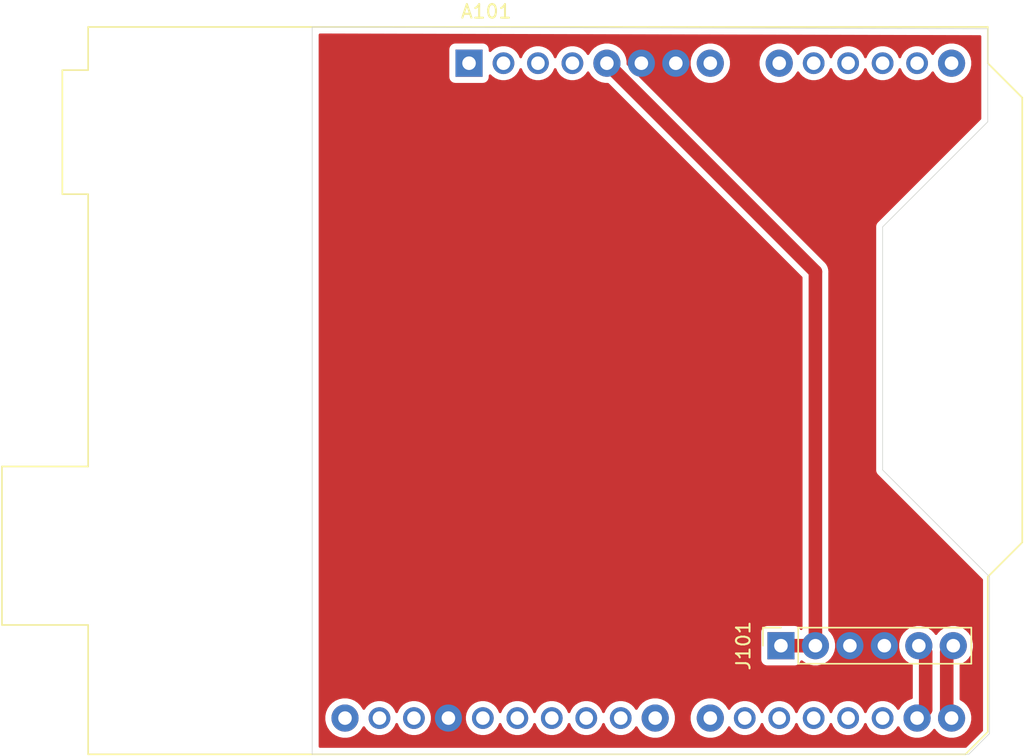
<source format=kicad_pcb>
(kicad_pcb (version 20171130) (host pcbnew "(5.1.10)-1")

  (general
    (thickness 1.6)
    (drawings 10)
    (tracks 19)
    (zones 0)
    (modules 2)
    (nets 31)
  )

  (page A4)
  (layers
    (0 F.Cu signal)
    (31 B.Cu signal)
    (32 B.Adhes user)
    (33 F.Adhes user)
    (34 B.Paste user)
    (35 F.Paste user)
    (36 B.SilkS user)
    (37 F.SilkS user)
    (38 B.Mask user)
    (39 F.Mask user)
    (40 Dwgs.User user)
    (41 Cmts.User user)
    (42 Eco1.User user)
    (43 Eco2.User user)
    (44 Edge.Cuts user)
    (45 Margin user)
    (46 B.CrtYd user)
    (47 F.CrtYd user)
    (48 B.Fab user)
    (49 F.Fab user)
  )

  (setup
    (last_trace_width 0.25)
    (user_trace_width 1)
    (trace_clearance 0.2)
    (zone_clearance 0.45)
    (zone_45_only no)
    (trace_min 0.2)
    (via_size 0.8)
    (via_drill 0.4)
    (via_min_size 0.4)
    (via_min_drill 0.3)
    (uvia_size 0.3)
    (uvia_drill 0.1)
    (uvias_allowed no)
    (uvia_min_size 0.2)
    (uvia_min_drill 0.1)
    (edge_width 0.05)
    (segment_width 0.2)
    (pcb_text_width 0.3)
    (pcb_text_size 1.5 1.5)
    (mod_edge_width 0.12)
    (mod_text_size 1 1)
    (mod_text_width 0.15)
    (pad_size 2 2)
    (pad_drill 1)
    (pad_to_mask_clearance 0)
    (aux_axis_origin 0 0)
    (visible_elements 7FFFFFFF)
    (pcbplotparams
      (layerselection 0x010fc_ffffffff)
      (usegerberextensions false)
      (usegerberattributes true)
      (usegerberadvancedattributes true)
      (creategerberjobfile true)
      (excludeedgelayer true)
      (linewidth 0.100000)
      (plotframeref false)
      (viasonmask false)
      (mode 1)
      (useauxorigin false)
      (hpglpennumber 1)
      (hpglpenspeed 20)
      (hpglpendiameter 15.000000)
      (psnegative false)
      (psa4output false)
      (plotreference true)
      (plotvalue true)
      (plotinvisibletext false)
      (padsonsilk false)
      (subtractmaskfromsilk false)
      (outputformat 1)
      (mirror false)
      (drillshape 0)
      (scaleselection 1)
      (outputdirectory "mike_pcb_arduino_sheild-Gerber/"))
  )

  (net 0 "")
  (net 1 TX)
  (net 2 RX)
  (net 3 "Net-(A101-Pad30)")
  (net 4 "Net-(A101-Pad14)")
  (net 5 GND)
  (net 6 "Net-(A101-Pad13)")
  (net 7 "Net-(A101-Pad28)")
  (net 8 "Net-(A101-Pad12)")
  (net 9 "Net-(A101-Pad27)")
  (net 10 "Net-(A101-Pad11)")
  (net 11 "Net-(A101-Pad26)")
  (net 12 "Net-(A101-Pad10)")
  (net 13 "Net-(A101-Pad25)")
  (net 14 "Net-(A101-Pad9)")
  (net 15 "Net-(A101-Pad24)")
  (net 16 "Net-(A101-Pad8)")
  (net 17 "Net-(A101-Pad23)")
  (net 18 "Net-(A101-Pad22)")
  (net 19 "Net-(A101-Pad21)")
  (net 20 +5V)
  (net 21 "Net-(A101-Pad20)")
  (net 22 "Net-(A101-Pad4)")
  (net 23 "Net-(A101-Pad19)")
  (net 24 "Net-(A101-Pad3)")
  (net 25 "Net-(A101-Pad18)")
  (net 26 "Net-(A101-Pad2)")
  (net 27 "Net-(A101-Pad17)")
  (net 28 "Net-(A101-Pad1)")
  (net 29 "Net-(A101-Pad31)")
  (net 30 "Net-(A101-Pad32)")

  (net_class Default "This is the default net class."
    (clearance 0.2)
    (trace_width 0.25)
    (via_dia 0.8)
    (via_drill 0.4)
    (uvia_dia 0.3)
    (uvia_drill 0.1)
    (add_net +5V)
    (add_net GND)
    (add_net "Net-(A101-Pad1)")
    (add_net "Net-(A101-Pad10)")
    (add_net "Net-(A101-Pad11)")
    (add_net "Net-(A101-Pad12)")
    (add_net "Net-(A101-Pad13)")
    (add_net "Net-(A101-Pad14)")
    (add_net "Net-(A101-Pad17)")
    (add_net "Net-(A101-Pad18)")
    (add_net "Net-(A101-Pad19)")
    (add_net "Net-(A101-Pad2)")
    (add_net "Net-(A101-Pad20)")
    (add_net "Net-(A101-Pad21)")
    (add_net "Net-(A101-Pad22)")
    (add_net "Net-(A101-Pad23)")
    (add_net "Net-(A101-Pad24)")
    (add_net "Net-(A101-Pad25)")
    (add_net "Net-(A101-Pad26)")
    (add_net "Net-(A101-Pad27)")
    (add_net "Net-(A101-Pad28)")
    (add_net "Net-(A101-Pad3)")
    (add_net "Net-(A101-Pad30)")
    (add_net "Net-(A101-Pad31)")
    (add_net "Net-(A101-Pad32)")
    (add_net "Net-(A101-Pad4)")
    (add_net "Net-(A101-Pad8)")
    (add_net "Net-(A101-Pad9)")
    (add_net RX)
    (add_net TX)
  )

  (module Connector_PinSocket_2.54mm:PinSocket_1x06_P2.54mm_Vertical (layer F.Cu) (tedit 61EC169A) (tstamp 61EB3089)
    (at 172.974 131.953 90)
    (descr "Through hole straight socket strip, 1x06, 2.54mm pitch, single row (from Kicad 4.0.7), script generated")
    (tags "Through hole socket strip THT 1x06 2.54mm single row")
    (path /61EB42FB)
    (fp_text reference J101 (at 0 -2.77 90) (layer F.SilkS)
      (effects (font (size 1 1) (thickness 0.15)))
    )
    (fp_text value Conn_01x06_Male (at 0 15.47 90) (layer F.Fab)
      (effects (font (size 1 1) (thickness 0.15)))
    )
    (fp_line (start -1.8 14.45) (end -1.8 -1.8) (layer F.CrtYd) (width 0.05))
    (fp_line (start 1.75 14.45) (end -1.8 14.45) (layer F.CrtYd) (width 0.05))
    (fp_line (start 1.75 -1.8) (end 1.75 14.45) (layer F.CrtYd) (width 0.05))
    (fp_line (start -1.8 -1.8) (end 1.75 -1.8) (layer F.CrtYd) (width 0.05))
    (fp_line (start 0 -1.33) (end 1.33 -1.33) (layer F.SilkS) (width 0.12))
    (fp_line (start 1.33 -1.33) (end 1.33 0) (layer F.SilkS) (width 0.12))
    (fp_line (start 1.33 1.27) (end 1.33 14.03) (layer F.SilkS) (width 0.12))
    (fp_line (start -1.33 14.03) (end 1.33 14.03) (layer F.SilkS) (width 0.12))
    (fp_line (start -1.33 1.27) (end -1.33 14.03) (layer F.SilkS) (width 0.12))
    (fp_line (start -1.33 1.27) (end 1.33 1.27) (layer F.SilkS) (width 0.12))
    (fp_line (start -1.27 13.97) (end -1.27 -1.27) (layer F.Fab) (width 0.1))
    (fp_line (start 1.27 13.97) (end -1.27 13.97) (layer F.Fab) (width 0.1))
    (fp_line (start 1.27 -0.635) (end 1.27 13.97) (layer F.Fab) (width 0.1))
    (fp_line (start 0.635 -1.27) (end 1.27 -0.635) (layer F.Fab) (width 0.1))
    (fp_line (start -1.27 -1.27) (end 0.635 -1.27) (layer F.Fab) (width 0.1))
    (fp_text user %R (at 0 6.35) (layer F.Fab)
      (effects (font (size 1 1) (thickness 0.15)))
    )
    (pad 6 thru_hole oval (at 0 12.7 90) (size 2 2) (drill 1) (layers *.Cu *.Mask)
      (net 2 RX))
    (pad 5 thru_hole oval (at 0 10.16 90) (size 2 2) (drill 1) (layers *.Cu *.Mask)
      (net 1 TX))
    (pad 4 thru_hole oval (at 0 7.62 90) (size 2 2) (drill 1) (layers *.Cu *.Mask)
      (net 5 GND))
    (pad 3 thru_hole oval (at 0 5.08 90) (size 2 2) (drill 1) (layers *.Cu *.Mask)
      (net 5 GND))
    (pad 2 thru_hole oval (at 0 2.54 90) (size 2 2) (drill 1) (layers *.Cu *.Mask)
      (net 20 +5V))
    (pad 1 thru_hole rect (at 0 0 90) (size 2 2) (drill 1) (layers *.Cu *.Mask)
      (net 20 +5V))
    (model ${KISYS3DMOD}/Connector_PinSocket_2.54mm.3dshapes/PinSocket_1x06_P2.54mm_Vertical.wrl
      (at (xyz 0 0 0))
      (scale (xyz 1 1 1))
      (rotate (xyz 0 0 0))
    )
  )

  (module Module:Arduino_UNO_R3 (layer F.Cu) (tedit 61EC19AE) (tstamp 61EB306F)
    (at 149.987 89.027)
    (descr "Arduino UNO R3, http://www.mouser.com/pdfdocs/Gravitech_Arduino_Nano3_0.pdf")
    (tags "Arduino UNO R3")
    (path /61EB2F4F)
    (fp_text reference A101 (at 1.27 -3.81 180) (layer F.SilkS)
      (effects (font (size 1 1) (thickness 0.15)))
    )
    (fp_text value Arduino_UNO_R3 (at 0 22.86) (layer F.Fab)
      (effects (font (size 1 1) (thickness 0.15)))
    )
    (fp_line (start -27.94 -2.54) (end 38.1 -2.54) (layer F.Fab) (width 0.1))
    (fp_line (start -27.94 50.8) (end -27.94 -2.54) (layer F.Fab) (width 0.1))
    (fp_line (start 36.58 50.8) (end -27.94 50.8) (layer F.Fab) (width 0.1))
    (fp_line (start 38.1 49.28) (end 36.58 50.8) (layer F.Fab) (width 0.1))
    (fp_line (start 38.1 0) (end 40.64 2.54) (layer F.Fab) (width 0.1))
    (fp_line (start 38.1 -2.54) (end 38.1 0) (layer F.Fab) (width 0.1))
    (fp_line (start 40.64 35.31) (end 38.1 37.85) (layer F.Fab) (width 0.1))
    (fp_line (start 40.64 2.54) (end 40.64 35.31) (layer F.Fab) (width 0.1))
    (fp_line (start 38.1 37.85) (end 38.1 49.28) (layer F.Fab) (width 0.1))
    (fp_line (start -29.84 9.53) (end -29.84 0.64) (layer F.Fab) (width 0.1))
    (fp_line (start -16.51 9.53) (end -29.84 9.53) (layer F.Fab) (width 0.1))
    (fp_line (start -16.51 0.64) (end -16.51 9.53) (layer F.Fab) (width 0.1))
    (fp_line (start -29.84 0.64) (end -16.51 0.64) (layer F.Fab) (width 0.1))
    (fp_line (start -34.29 41.27) (end -34.29 29.84) (layer F.Fab) (width 0.1))
    (fp_line (start -18.41 41.27) (end -34.29 41.27) (layer F.Fab) (width 0.1))
    (fp_line (start -18.41 29.84) (end -18.41 41.27) (layer F.Fab) (width 0.1))
    (fp_line (start -34.29 29.84) (end -18.41 29.84) (layer F.Fab) (width 0.1))
    (fp_line (start 38.23 37.85) (end 40.77 35.31) (layer F.SilkS) (width 0.12))
    (fp_line (start 38.23 49.28) (end 38.23 37.85) (layer F.SilkS) (width 0.12))
    (fp_line (start 36.58 50.93) (end 38.23 49.28) (layer F.SilkS) (width 0.12))
    (fp_line (start -28.07 50.93) (end 36.58 50.93) (layer F.SilkS) (width 0.12))
    (fp_line (start -28.07 41.4) (end -28.07 50.93) (layer F.SilkS) (width 0.12))
    (fp_line (start -34.42 41.4) (end -28.07 41.4) (layer F.SilkS) (width 0.12))
    (fp_line (start -34.42 29.72) (end -34.42 41.4) (layer F.SilkS) (width 0.12))
    (fp_line (start -28.07 29.72) (end -34.42 29.72) (layer F.SilkS) (width 0.12))
    (fp_line (start -28.07 9.65) (end -28.07 29.72) (layer F.SilkS) (width 0.12))
    (fp_line (start -29.97 9.65) (end -28.07 9.65) (layer F.SilkS) (width 0.12))
    (fp_line (start -29.97 0.51) (end -29.97 9.65) (layer F.SilkS) (width 0.12))
    (fp_line (start -28.07 0.51) (end -29.97 0.51) (layer F.SilkS) (width 0.12))
    (fp_line (start -28.07 -2.67) (end -28.07 0.51) (layer F.SilkS) (width 0.12))
    (fp_line (start 38.23 -2.67) (end -28.07 -2.67) (layer F.SilkS) (width 0.12))
    (fp_line (start 38.23 0) (end 38.23 -2.67) (layer F.SilkS) (width 0.12))
    (fp_line (start 40.77 2.54) (end 38.23 0) (layer F.SilkS) (width 0.12))
    (fp_line (start 40.77 35.31) (end 40.77 2.54) (layer F.SilkS) (width 0.12))
    (fp_line (start -28.19 -2.79) (end 38.35 -2.79) (layer F.CrtYd) (width 0.05))
    (fp_line (start -28.19 0.38) (end -28.19 -2.79) (layer F.CrtYd) (width 0.05))
    (fp_line (start -30.1 0.38) (end -28.19 0.38) (layer F.CrtYd) (width 0.05))
    (fp_line (start -30.1 9.78) (end -30.1 0.38) (layer F.CrtYd) (width 0.05))
    (fp_line (start -28.19 9.78) (end -30.1 9.78) (layer F.CrtYd) (width 0.05))
    (fp_line (start -28.19 29.59) (end -28.19 9.78) (layer F.CrtYd) (width 0.05))
    (fp_line (start -34.54 29.59) (end -28.19 29.59) (layer F.CrtYd) (width 0.05))
    (fp_line (start -34.54 41.53) (end -34.54 29.59) (layer F.CrtYd) (width 0.05))
    (fp_line (start -28.19 41.53) (end -34.54 41.53) (layer F.CrtYd) (width 0.05))
    (fp_line (start -28.19 51.05) (end -28.19 41.53) (layer F.CrtYd) (width 0.05))
    (fp_line (start 36.58 51.05) (end -28.19 51.05) (layer F.CrtYd) (width 0.05))
    (fp_line (start 38.35 49.28) (end 36.58 51.05) (layer F.CrtYd) (width 0.05))
    (fp_line (start 38.35 37.85) (end 38.35 49.28) (layer F.CrtYd) (width 0.05))
    (fp_line (start 40.89 35.31) (end 38.35 37.85) (layer F.CrtYd) (width 0.05))
    (fp_line (start 40.89 2.54) (end 40.89 35.31) (layer F.CrtYd) (width 0.05))
    (fp_line (start 38.35 0) (end 40.89 2.54) (layer F.CrtYd) (width 0.05))
    (fp_line (start 38.35 -2.79) (end 38.35 0) (layer F.CrtYd) (width 0.05))
    (fp_text user %R (at 0 20.32 180) (layer F.Fab)
      (effects (font (size 1 1) (thickness 0.15)))
    )
    (pad 16 thru_hole oval (at 33.02 48.26 90) (size 2 2) (drill 1) (layers *.Cu *.Mask)
      (net 1 TX))
    (pad 15 thru_hole oval (at 35.56 48.26 90) (size 2 2) (drill 1) (layers *.Cu *.Mask)
      (net 2 RX))
    (pad 30 thru_hole oval (at -4.06 48.26 90) (size 1.6 1.6) (drill 1) (layers *.Cu *.Mask)
      (net 3 "Net-(A101-Pad30)"))
    (pad 14 thru_hole oval (at 35.56 0 90) (size 2 2) (drill 1) (layers *.Cu *.Mask)
      (net 4 "Net-(A101-Pad14)"))
    (pad 29 thru_hole oval (at -1.52 48.26 90) (size 2 2) (drill 1) (layers *.Cu *.Mask)
      (net 5 GND))
    (pad 13 thru_hole oval (at 33.02 0 90) (size 1.6 1.6) (drill 1) (layers *.Cu *.Mask)
      (net 6 "Net-(A101-Pad13)"))
    (pad 28 thru_hole oval (at 1.02 48.26 90) (size 1.6 1.6) (drill 1) (layers *.Cu *.Mask)
      (net 7 "Net-(A101-Pad28)"))
    (pad 12 thru_hole oval (at 30.48 0 90) (size 1.6 1.6) (drill 1) (layers *.Cu *.Mask)
      (net 8 "Net-(A101-Pad12)"))
    (pad 27 thru_hole oval (at 3.56 48.26 90) (size 1.6 1.6) (drill 1) (layers *.Cu *.Mask)
      (net 9 "Net-(A101-Pad27)"))
    (pad 11 thru_hole oval (at 27.94 0 90) (size 1.6 1.6) (drill 1) (layers *.Cu *.Mask)
      (net 10 "Net-(A101-Pad11)"))
    (pad 26 thru_hole oval (at 6.1 48.26 90) (size 1.6 1.6) (drill 1) (layers *.Cu *.Mask)
      (net 11 "Net-(A101-Pad26)"))
    (pad 10 thru_hole oval (at 25.4 0 90) (size 1.6 1.6) (drill 1) (layers *.Cu *.Mask)
      (net 12 "Net-(A101-Pad10)"))
    (pad 25 thru_hole oval (at 8.64 48.26 90) (size 1.6 1.6) (drill 1) (layers *.Cu *.Mask)
      (net 13 "Net-(A101-Pad25)"))
    (pad 9 thru_hole oval (at 22.86 0 90) (size 2 2) (drill 1) (layers *.Cu *.Mask)
      (net 14 "Net-(A101-Pad9)"))
    (pad 24 thru_hole oval (at 11.18 48.26 90) (size 1.6 1.6) (drill 1) (layers *.Cu *.Mask)
      (net 15 "Net-(A101-Pad24)"))
    (pad 8 thru_hole oval (at 17.78 0 90) (size 2 2) (drill 1) (layers *.Cu *.Mask)
      (net 16 "Net-(A101-Pad8)"))
    (pad 23 thru_hole oval (at 13.72 48.26 90) (size 2 2) (drill 1) (layers *.Cu *.Mask)
      (net 17 "Net-(A101-Pad23)"))
    (pad 7 thru_hole oval (at 15.24 0 90) (size 2 2) (drill 1) (layers *.Cu *.Mask)
      (net 5 GND))
    (pad 22 thru_hole oval (at 17.78 48.26 90) (size 2 2) (drill 1) (layers *.Cu *.Mask)
      (net 18 "Net-(A101-Pad22)"))
    (pad 6 thru_hole oval (at 12.7 0 90) (size 2 2) (drill 1) (layers *.Cu *.Mask)
      (net 5 GND))
    (pad 21 thru_hole oval (at 20.32 48.26 90) (size 1.6 1.6) (drill 1) (layers *.Cu *.Mask)
      (net 19 "Net-(A101-Pad21)"))
    (pad 5 thru_hole oval (at 10.16 0 90) (size 2 2) (drill 1) (layers *.Cu *.Mask)
      (net 20 +5V))
    (pad 20 thru_hole oval (at 22.86 48.26 90) (size 1.6 1.6) (drill 1) (layers *.Cu *.Mask)
      (net 21 "Net-(A101-Pad20)"))
    (pad 4 thru_hole oval (at 7.62 0 90) (size 1.6 1.6) (drill 1) (layers *.Cu *.Mask)
      (net 22 "Net-(A101-Pad4)"))
    (pad 19 thru_hole oval (at 25.4 48.26 90) (size 1.6 1.6) (drill 1) (layers *.Cu *.Mask)
      (net 23 "Net-(A101-Pad19)"))
    (pad 3 thru_hole oval (at 5.08 0 90) (size 1.6 1.6) (drill 1) (layers *.Cu *.Mask)
      (net 24 "Net-(A101-Pad3)"))
    (pad 18 thru_hole oval (at 27.94 48.26 90) (size 1.6 1.6) (drill 1) (layers *.Cu *.Mask)
      (net 25 "Net-(A101-Pad18)"))
    (pad 2 thru_hole oval (at 2.54 0 90) (size 1.6 1.6) (drill 1) (layers *.Cu *.Mask)
      (net 26 "Net-(A101-Pad2)"))
    (pad 17 thru_hole oval (at 30.48 48.26 90) (size 1.6 1.6) (drill 1) (layers *.Cu *.Mask)
      (net 27 "Net-(A101-Pad17)"))
    (pad 1 thru_hole rect (at 0 0 90) (size 2 2) (drill 1) (layers *.Cu *.Mask)
      (net 28 "Net-(A101-Pad1)"))
    (pad 31 thru_hole oval (at -6.6 48.26 90) (size 1.6 1.6) (drill 1) (layers *.Cu *.Mask)
      (net 29 "Net-(A101-Pad31)"))
    (pad 32 thru_hole oval (at -9.14 48.26 90) (size 2 2) (drill 1) (layers *.Cu *.Mask)
      (net 30 "Net-(A101-Pad32)"))
    (model ${KISYS3DMOD}/Module.3dshapes/Arduino_UNO_R3.wrl
      (at (xyz 0 0 0))
      (scale (xyz 1 1 1))
      (rotate (xyz 0 0 0))
    )
  )

  (gr_line (start 186.817 139.954) (end 138.43 139.954) (layer Edge.Cuts) (width 0.05) (tstamp 61EB31B8))
  (gr_line (start 188.341 138.43) (end 186.817 139.954) (layer Edge.Cuts) (width 0.05))
  (gr_line (start 188.341 126.873) (end 188.341 138.43) (layer Edge.Cuts) (width 0.05))
  (gr_line (start 187.833 126.365) (end 188.341 126.873) (layer Edge.Cuts) (width 0.05))
  (gr_line (start 180.467 118.999) (end 187.833 126.365) (layer Edge.Cuts) (width 0.05))
  (gr_line (start 180.467 101.092) (end 180.467 118.999) (layer Edge.Cuts) (width 0.05))
  (gr_line (start 188.214 93.345) (end 180.467 101.092) (layer Edge.Cuts) (width 0.05))
  (gr_line (start 188.214 86.487) (end 188.214 93.345) (layer Edge.Cuts) (width 0.05))
  (gr_line (start 138.43 86.36) (end 188.214 86.487) (layer Edge.Cuts) (width 0.05))
  (gr_line (start 138.43 139.954) (end 138.43 86.36) (layer Edge.Cuts) (width 0.05))

  (segment (start 183.64 132.459) (end 183.134 131.953) (width 1) (layer F.Cu) (net 1))
  (segment (start 183.64 136.654) (end 183.64 132.459) (width 1) (layer F.Cu) (net 1))
  (segment (start 183.007 137.287) (end 183.64 136.654) (width 1) (layer F.Cu) (net 1))
  (segment (start 185.19 132.437) (end 185.674 131.953) (width 1) (layer F.Cu) (net 2))
  (segment (start 185.19 136.93) (end 185.19 132.437) (width 1) (layer F.Cu) (net 2))
  (segment (start 185.547 137.287) (end 185.19 136.93) (width 1) (layer F.Cu) (net 2))
  (segment (start 148.467 137.287) (end 148.467 135.632) (width 1) (layer F.Cu) (net 5))
  (segment (start 148.467 135.632) (end 149.479 134.62) (width 1) (layer F.Cu) (net 5))
  (segment (start 149.479 134.62) (end 176.657 134.62) (width 1) (layer F.Cu) (net 5))
  (segment (start 178.054 133.223) (end 178.054 131.953) (width 1) (layer F.Cu) (net 5))
  (segment (start 176.657 134.62) (end 178.054 133.223) (width 1) (layer F.Cu) (net 5))
  (segment (start 178.054 131.953) (end 180.594 131.953) (width 1) (layer F.Cu) (net 5))
  (segment (start 178.054 131.953) (end 178.054 104.013) (width 1) (layer F.Cu) (net 5))
  (segment (start 165.227 91.186) (end 165.227 89.027) (width 1) (layer F.Cu) (net 5))
  (segment (start 178.054 104.013) (end 165.227 91.186) (width 1) (layer F.Cu) (net 5))
  (segment (start 162.687 89.027) (end 165.227 89.027) (width 1) (layer F.Cu) (net 5))
  (segment (start 175.514 131.953) (end 172.974 131.953) (width 1) (layer F.Cu) (net 20))
  (segment (start 175.514 104.394) (end 175.514 131.953) (width 1) (layer F.Cu) (net 20))
  (segment (start 160.147 89.027) (end 175.514 104.394) (width 1) (layer F.Cu) (net 20))

  (zone (net 5) (net_name GND) (layer F.Cu) (tstamp 0) (hatch edge 0.508)
    (connect_pads yes (clearance 0.45))
    (min_thickness 0.2)
    (fill yes (arc_segments 32) (thermal_gap 0.508) (thermal_bridge_width 0.508))
    (polygon
      (pts
        (xy 188.468 139.954) (xy 138.43 139.954) (xy 138.43 86.36) (xy 188.468 86.36)
      )
    )
    (filled_polygon
      (pts
        (xy 187.639 87.060535) (xy 187.639001 93.106826) (xy 180.080394 100.665434) (xy 180.058446 100.683446) (xy 180.011287 100.740911)
        (xy 179.986592 100.771002) (xy 179.9332 100.870892) (xy 179.933199 100.870893) (xy 179.90032 100.979281) (xy 179.892 101.063754)
        (xy 179.889218 101.092) (xy 179.892 101.120243) (xy 179.892001 118.970747) (xy 179.889218 118.999) (xy 179.900321 119.111719)
        (xy 179.933199 119.220107) (xy 179.986592 119.319998) (xy 180.032441 119.375865) (xy 180.058447 119.407554) (xy 180.080389 119.425561)
        (xy 187.446386 126.791559) (xy 187.446392 126.791564) (xy 187.766 127.111172) (xy 187.766001 138.191826) (xy 186.578828 139.379)
        (xy 139.005 139.379) (xy 139.005 137.134338) (xy 139.297 137.134338) (xy 139.297 137.439662) (xy 139.356565 137.739118)
        (xy 139.473408 138.0212) (xy 139.643036 138.275068) (xy 139.858932 138.490964) (xy 140.1128 138.660592) (xy 140.394882 138.777435)
        (xy 140.694338 138.837) (xy 140.999662 138.837) (xy 141.299118 138.777435) (xy 141.5812 138.660592) (xy 141.835068 138.490964)
        (xy 142.050964 138.275068) (xy 142.220592 138.0212) (xy 142.233356 137.990385) (xy 142.338387 138.147575) (xy 142.526425 138.335613)
        (xy 142.747535 138.483354) (xy 142.99322 138.58512) (xy 143.254037 138.637) (xy 143.519963 138.637) (xy 143.78078 138.58512)
        (xy 144.026465 138.483354) (xy 144.247575 138.335613) (xy 144.435613 138.147575) (xy 144.583354 137.926465) (xy 144.657 137.748668)
        (xy 144.730646 137.926465) (xy 144.878387 138.147575) (xy 145.066425 138.335613) (xy 145.287535 138.483354) (xy 145.53322 138.58512)
        (xy 145.794037 138.637) (xy 146.059963 138.637) (xy 146.32078 138.58512) (xy 146.566465 138.483354) (xy 146.787575 138.335613)
        (xy 146.975613 138.147575) (xy 147.123354 137.926465) (xy 147.22512 137.68078) (xy 147.277 137.419963) (xy 147.277 137.154037)
        (xy 149.657 137.154037) (xy 149.657 137.419963) (xy 149.70888 137.68078) (xy 149.810646 137.926465) (xy 149.958387 138.147575)
        (xy 150.146425 138.335613) (xy 150.367535 138.483354) (xy 150.61322 138.58512) (xy 150.874037 138.637) (xy 151.139963 138.637)
        (xy 151.40078 138.58512) (xy 151.646465 138.483354) (xy 151.867575 138.335613) (xy 152.055613 138.147575) (xy 152.203354 137.926465)
        (xy 152.277 137.748668) (xy 152.350646 137.926465) (xy 152.498387 138.147575) (xy 152.686425 138.335613) (xy 152.907535 138.483354)
        (xy 153.15322 138.58512) (xy 153.414037 138.637) (xy 153.679963 138.637) (xy 153.94078 138.58512) (xy 154.186465 138.483354)
        (xy 154.407575 138.335613) (xy 154.595613 138.147575) (xy 154.743354 137.926465) (xy 154.817 137.748668) (xy 154.890646 137.926465)
        (xy 155.038387 138.147575) (xy 155.226425 138.335613) (xy 155.447535 138.483354) (xy 155.69322 138.58512) (xy 155.954037 138.637)
        (xy 156.219963 138.637) (xy 156.48078 138.58512) (xy 156.726465 138.483354) (xy 156.947575 138.335613) (xy 157.135613 138.147575)
        (xy 157.283354 137.926465) (xy 157.357 137.748668) (xy 157.430646 137.926465) (xy 157.578387 138.147575) (xy 157.766425 138.335613)
        (xy 157.987535 138.483354) (xy 158.23322 138.58512) (xy 158.494037 138.637) (xy 158.759963 138.637) (xy 159.02078 138.58512)
        (xy 159.266465 138.483354) (xy 159.487575 138.335613) (xy 159.675613 138.147575) (xy 159.823354 137.926465) (xy 159.897 137.748668)
        (xy 159.970646 137.926465) (xy 160.118387 138.147575) (xy 160.306425 138.335613) (xy 160.527535 138.483354) (xy 160.77322 138.58512)
        (xy 161.034037 138.637) (xy 161.299963 138.637) (xy 161.56078 138.58512) (xy 161.806465 138.483354) (xy 162.027575 138.335613)
        (xy 162.215613 138.147575) (xy 162.320644 137.990385) (xy 162.333408 138.0212) (xy 162.503036 138.275068) (xy 162.718932 138.490964)
        (xy 162.9728 138.660592) (xy 163.254882 138.777435) (xy 163.554338 138.837) (xy 163.859662 138.837) (xy 164.159118 138.777435)
        (xy 164.4412 138.660592) (xy 164.695068 138.490964) (xy 164.910964 138.275068) (xy 165.080592 138.0212) (xy 165.197435 137.739118)
        (xy 165.257 137.439662) (xy 165.257 137.134338) (xy 166.217 137.134338) (xy 166.217 137.439662) (xy 166.276565 137.739118)
        (xy 166.393408 138.0212) (xy 166.563036 138.275068) (xy 166.778932 138.490964) (xy 167.0328 138.660592) (xy 167.314882 138.777435)
        (xy 167.614338 138.837) (xy 167.919662 138.837) (xy 168.219118 138.777435) (xy 168.5012 138.660592) (xy 168.755068 138.490964)
        (xy 168.970964 138.275068) (xy 169.140592 138.0212) (xy 169.153356 137.990385) (xy 169.258387 138.147575) (xy 169.446425 138.335613)
        (xy 169.667535 138.483354) (xy 169.91322 138.58512) (xy 170.174037 138.637) (xy 170.439963 138.637) (xy 170.70078 138.58512)
        (xy 170.946465 138.483354) (xy 171.167575 138.335613) (xy 171.355613 138.147575) (xy 171.503354 137.926465) (xy 171.577 137.748668)
        (xy 171.650646 137.926465) (xy 171.798387 138.147575) (xy 171.986425 138.335613) (xy 172.207535 138.483354) (xy 172.45322 138.58512)
        (xy 172.714037 138.637) (xy 172.979963 138.637) (xy 173.24078 138.58512) (xy 173.486465 138.483354) (xy 173.707575 138.335613)
        (xy 173.895613 138.147575) (xy 174.043354 137.926465) (xy 174.117 137.748668) (xy 174.190646 137.926465) (xy 174.338387 138.147575)
        (xy 174.526425 138.335613) (xy 174.747535 138.483354) (xy 174.99322 138.58512) (xy 175.254037 138.637) (xy 175.519963 138.637)
        (xy 175.78078 138.58512) (xy 176.026465 138.483354) (xy 176.247575 138.335613) (xy 176.435613 138.147575) (xy 176.583354 137.926465)
        (xy 176.657 137.748668) (xy 176.730646 137.926465) (xy 176.878387 138.147575) (xy 177.066425 138.335613) (xy 177.287535 138.483354)
        (xy 177.53322 138.58512) (xy 177.794037 138.637) (xy 178.059963 138.637) (xy 178.32078 138.58512) (xy 178.566465 138.483354)
        (xy 178.787575 138.335613) (xy 178.975613 138.147575) (xy 179.123354 137.926465) (xy 179.197 137.748668) (xy 179.270646 137.926465)
        (xy 179.418387 138.147575) (xy 179.606425 138.335613) (xy 179.827535 138.483354) (xy 180.07322 138.58512) (xy 180.334037 138.637)
        (xy 180.599963 138.637) (xy 180.86078 138.58512) (xy 181.106465 138.483354) (xy 181.327575 138.335613) (xy 181.515613 138.147575)
        (xy 181.620644 137.990385) (xy 181.633408 138.0212) (xy 181.803036 138.275068) (xy 182.018932 138.490964) (xy 182.2728 138.660592)
        (xy 182.554882 138.777435) (xy 182.854338 138.837) (xy 183.159662 138.837) (xy 183.459118 138.777435) (xy 183.7412 138.660592)
        (xy 183.995068 138.490964) (xy 184.210964 138.275068) (xy 184.277 138.176237) (xy 184.343036 138.275068) (xy 184.558932 138.490964)
        (xy 184.8128 138.660592) (xy 185.094882 138.777435) (xy 185.394338 138.837) (xy 185.699662 138.837) (xy 185.999118 138.777435)
        (xy 186.2812 138.660592) (xy 186.535068 138.490964) (xy 186.750964 138.275068) (xy 186.920592 138.0212) (xy 187.037435 137.739118)
        (xy 187.097 137.439662) (xy 187.097 137.134338) (xy 187.037435 136.834882) (xy 186.920592 136.5528) (xy 186.750964 136.298932)
        (xy 186.535068 136.083036) (xy 186.2812 135.913408) (xy 186.24 135.896342) (xy 186.24 133.396263) (xy 186.4082 133.326592)
        (xy 186.662068 133.156964) (xy 186.877964 132.941068) (xy 187.047592 132.6872) (xy 187.164435 132.405118) (xy 187.224 132.105662)
        (xy 187.224 131.800338) (xy 187.164435 131.500882) (xy 187.047592 131.2188) (xy 186.877964 130.964932) (xy 186.662068 130.749036)
        (xy 186.4082 130.579408) (xy 186.126118 130.462565) (xy 185.826662 130.403) (xy 185.521338 130.403) (xy 185.221882 130.462565)
        (xy 184.9398 130.579408) (xy 184.685932 130.749036) (xy 184.470036 130.964932) (xy 184.404 131.063763) (xy 184.337964 130.964932)
        (xy 184.122068 130.749036) (xy 183.8682 130.579408) (xy 183.586118 130.462565) (xy 183.286662 130.403) (xy 182.981338 130.403)
        (xy 182.681882 130.462565) (xy 182.3998 130.579408) (xy 182.145932 130.749036) (xy 181.930036 130.964932) (xy 181.760408 131.2188)
        (xy 181.643565 131.500882) (xy 181.584 131.800338) (xy 181.584 132.105662) (xy 181.643565 132.405118) (xy 181.760408 132.6872)
        (xy 181.930036 132.941068) (xy 182.145932 133.156964) (xy 182.3998 133.326592) (xy 182.590001 133.405376) (xy 182.59 135.78958)
        (xy 182.554882 135.796565) (xy 182.2728 135.913408) (xy 182.018932 136.083036) (xy 181.803036 136.298932) (xy 181.633408 136.5528)
        (xy 181.620644 136.583615) (xy 181.515613 136.426425) (xy 181.327575 136.238387) (xy 181.106465 136.090646) (xy 180.86078 135.98888)
        (xy 180.599963 135.937) (xy 180.334037 135.937) (xy 180.07322 135.98888) (xy 179.827535 136.090646) (xy 179.606425 136.238387)
        (xy 179.418387 136.426425) (xy 179.270646 136.647535) (xy 179.197 136.825332) (xy 179.123354 136.647535) (xy 178.975613 136.426425)
        (xy 178.787575 136.238387) (xy 178.566465 136.090646) (xy 178.32078 135.98888) (xy 178.059963 135.937) (xy 177.794037 135.937)
        (xy 177.53322 135.98888) (xy 177.287535 136.090646) (xy 177.066425 136.238387) (xy 176.878387 136.426425) (xy 176.730646 136.647535)
        (xy 176.657 136.825332) (xy 176.583354 136.647535) (xy 176.435613 136.426425) (xy 176.247575 136.238387) (xy 176.026465 136.090646)
        (xy 175.78078 135.98888) (xy 175.519963 135.937) (xy 175.254037 135.937) (xy 174.99322 135.98888) (xy 174.747535 136.090646)
        (xy 174.526425 136.238387) (xy 174.338387 136.426425) (xy 174.190646 136.647535) (xy 174.117 136.825332) (xy 174.043354 136.647535)
        (xy 173.895613 136.426425) (xy 173.707575 136.238387) (xy 173.486465 136.090646) (xy 173.24078 135.98888) (xy 172.979963 135.937)
        (xy 172.714037 135.937) (xy 172.45322 135.98888) (xy 172.207535 136.090646) (xy 171.986425 136.238387) (xy 171.798387 136.426425)
        (xy 171.650646 136.647535) (xy 171.577 136.825332) (xy 171.503354 136.647535) (xy 171.355613 136.426425) (xy 171.167575 136.238387)
        (xy 170.946465 136.090646) (xy 170.70078 135.98888) (xy 170.439963 135.937) (xy 170.174037 135.937) (xy 169.91322 135.98888)
        (xy 169.667535 136.090646) (xy 169.446425 136.238387) (xy 169.258387 136.426425) (xy 169.153356 136.583615) (xy 169.140592 136.5528)
        (xy 168.970964 136.298932) (xy 168.755068 136.083036) (xy 168.5012 135.913408) (xy 168.219118 135.796565) (xy 167.919662 135.737)
        (xy 167.614338 135.737) (xy 167.314882 135.796565) (xy 167.0328 135.913408) (xy 166.778932 136.083036) (xy 166.563036 136.298932)
        (xy 166.393408 136.5528) (xy 166.276565 136.834882) (xy 166.217 137.134338) (xy 165.257 137.134338) (xy 165.197435 136.834882)
        (xy 165.080592 136.5528) (xy 164.910964 136.298932) (xy 164.695068 136.083036) (xy 164.4412 135.913408) (xy 164.159118 135.796565)
        (xy 163.859662 135.737) (xy 163.554338 135.737) (xy 163.254882 135.796565) (xy 162.9728 135.913408) (xy 162.718932 136.083036)
        (xy 162.503036 136.298932) (xy 162.333408 136.5528) (xy 162.320644 136.583615) (xy 162.215613 136.426425) (xy 162.027575 136.238387)
        (xy 161.806465 136.090646) (xy 161.56078 135.98888) (xy 161.299963 135.937) (xy 161.034037 135.937) (xy 160.77322 135.98888)
        (xy 160.527535 136.090646) (xy 160.306425 136.238387) (xy 160.118387 136.426425) (xy 159.970646 136.647535) (xy 159.897 136.825332)
        (xy 159.823354 136.647535) (xy 159.675613 136.426425) (xy 159.487575 136.238387) (xy 159.266465 136.090646) (xy 159.02078 135.98888)
        (xy 158.759963 135.937) (xy 158.494037 135.937) (xy 158.23322 135.98888) (xy 157.987535 136.090646) (xy 157.766425 136.238387)
        (xy 157.578387 136.426425) (xy 157.430646 136.647535) (xy 157.357 136.825332) (xy 157.283354 136.647535) (xy 157.135613 136.426425)
        (xy 156.947575 136.238387) (xy 156.726465 136.090646) (xy 156.48078 135.98888) (xy 156.219963 135.937) (xy 155.954037 135.937)
        (xy 155.69322 135.98888) (xy 155.447535 136.090646) (xy 155.226425 136.238387) (xy 155.038387 136.426425) (xy 154.890646 136.647535)
        (xy 154.817 136.825332) (xy 154.743354 136.647535) (xy 154.595613 136.426425) (xy 154.407575 136.238387) (xy 154.186465 136.090646)
        (xy 153.94078 135.98888) (xy 153.679963 135.937) (xy 153.414037 135.937) (xy 153.15322 135.98888) (xy 152.907535 136.090646)
        (xy 152.686425 136.238387) (xy 152.498387 136.426425) (xy 152.350646 136.647535) (xy 152.277 136.825332) (xy 152.203354 136.647535)
        (xy 152.055613 136.426425) (xy 151.867575 136.238387) (xy 151.646465 136.090646) (xy 151.40078 135.98888) (xy 151.139963 135.937)
        (xy 150.874037 135.937) (xy 150.61322 135.98888) (xy 150.367535 136.090646) (xy 150.146425 136.238387) (xy 149.958387 136.426425)
        (xy 149.810646 136.647535) (xy 149.70888 136.89322) (xy 149.657 137.154037) (xy 147.277 137.154037) (xy 147.22512 136.89322)
        (xy 147.123354 136.647535) (xy 146.975613 136.426425) (xy 146.787575 136.238387) (xy 146.566465 136.090646) (xy 146.32078 135.98888)
        (xy 146.059963 135.937) (xy 145.794037 135.937) (xy 145.53322 135.98888) (xy 145.287535 136.090646) (xy 145.066425 136.238387)
        (xy 144.878387 136.426425) (xy 144.730646 136.647535) (xy 144.657 136.825332) (xy 144.583354 136.647535) (xy 144.435613 136.426425)
        (xy 144.247575 136.238387) (xy 144.026465 136.090646) (xy 143.78078 135.98888) (xy 143.519963 135.937) (xy 143.254037 135.937)
        (xy 142.99322 135.98888) (xy 142.747535 136.090646) (xy 142.526425 136.238387) (xy 142.338387 136.426425) (xy 142.233356 136.583615)
        (xy 142.220592 136.5528) (xy 142.050964 136.298932) (xy 141.835068 136.083036) (xy 141.5812 135.913408) (xy 141.299118 135.796565)
        (xy 140.999662 135.737) (xy 140.694338 135.737) (xy 140.394882 135.796565) (xy 140.1128 135.913408) (xy 139.858932 136.083036)
        (xy 139.643036 136.298932) (xy 139.473408 136.5528) (xy 139.356565 136.834882) (xy 139.297 137.134338) (xy 139.005 137.134338)
        (xy 139.005 88.027) (xy 148.434339 88.027) (xy 148.434339 90.027) (xy 148.444958 90.134819) (xy 148.476408 90.238494)
        (xy 148.527479 90.334042) (xy 148.59621 90.41779) (xy 148.679958 90.486521) (xy 148.775506 90.537592) (xy 148.879181 90.569042)
        (xy 148.987 90.579661) (xy 150.987 90.579661) (xy 151.094819 90.569042) (xy 151.198494 90.537592) (xy 151.294042 90.486521)
        (xy 151.37779 90.41779) (xy 151.446521 90.334042) (xy 151.497592 90.238494) (xy 151.529042 90.134819) (xy 151.539661 90.027)
        (xy 151.539661 89.948849) (xy 151.666425 90.075613) (xy 151.887535 90.223354) (xy 152.13322 90.32512) (xy 152.394037 90.377)
        (xy 152.659963 90.377) (xy 152.92078 90.32512) (xy 153.166465 90.223354) (xy 153.387575 90.075613) (xy 153.575613 89.887575)
        (xy 153.723354 89.666465) (xy 153.797 89.488668) (xy 153.870646 89.666465) (xy 154.018387 89.887575) (xy 154.206425 90.075613)
        (xy 154.427535 90.223354) (xy 154.67322 90.32512) (xy 154.934037 90.377) (xy 155.199963 90.377) (xy 155.46078 90.32512)
        (xy 155.706465 90.223354) (xy 155.927575 90.075613) (xy 156.115613 89.887575) (xy 156.263354 89.666465) (xy 156.337 89.488668)
        (xy 156.410646 89.666465) (xy 156.558387 89.887575) (xy 156.746425 90.075613) (xy 156.967535 90.223354) (xy 157.21322 90.32512)
        (xy 157.474037 90.377) (xy 157.739963 90.377) (xy 158.00078 90.32512) (xy 158.246465 90.223354) (xy 158.467575 90.075613)
        (xy 158.655613 89.887575) (xy 158.760644 89.730385) (xy 158.773408 89.7612) (xy 158.943036 90.015068) (xy 159.158932 90.230964)
        (xy 159.4128 90.400592) (xy 159.694882 90.517435) (xy 159.994338 90.577) (xy 160.212077 90.577) (xy 174.464 104.828924)
        (xy 174.464001 130.702983) (xy 174.433521 130.645958) (xy 174.36479 130.56221) (xy 174.281042 130.493479) (xy 174.185494 130.442408)
        (xy 174.081819 130.410958) (xy 173.974 130.400339) (xy 171.974 130.400339) (xy 171.866181 130.410958) (xy 171.762506 130.442408)
        (xy 171.666958 130.493479) (xy 171.58321 130.56221) (xy 171.514479 130.645958) (xy 171.463408 130.741506) (xy 171.431958 130.845181)
        (xy 171.421339 130.953) (xy 171.421339 132.953) (xy 171.431958 133.060819) (xy 171.463408 133.164494) (xy 171.514479 133.260042)
        (xy 171.58321 133.34379) (xy 171.666958 133.412521) (xy 171.762506 133.463592) (xy 171.866181 133.495042) (xy 171.974 133.505661)
        (xy 173.974 133.505661) (xy 174.081819 133.495042) (xy 174.185494 133.463592) (xy 174.281042 133.412521) (xy 174.36479 133.34379)
        (xy 174.433521 133.260042) (xy 174.484592 133.164494) (xy 174.495966 133.126998) (xy 174.525932 133.156964) (xy 174.7798 133.326592)
        (xy 175.061882 133.443435) (xy 175.361338 133.503) (xy 175.666662 133.503) (xy 175.966118 133.443435) (xy 176.2482 133.326592)
        (xy 176.502068 133.156964) (xy 176.717964 132.941068) (xy 176.887592 132.6872) (xy 177.004435 132.405118) (xy 177.064 132.105662)
        (xy 177.064 131.800338) (xy 177.004435 131.500882) (xy 176.887592 131.2188) (xy 176.717964 130.964932) (xy 176.564 130.810968)
        (xy 176.564 104.445571) (xy 176.569079 104.394) (xy 176.564 104.342429) (xy 176.564 104.342422) (xy 176.548807 104.188164)
        (xy 176.488767 103.990238) (xy 176.391267 103.807829) (xy 176.260054 103.647946) (xy 176.219991 103.615067) (xy 161.697 89.092077)
        (xy 161.697 88.874338) (xy 166.217 88.874338) (xy 166.217 89.179662) (xy 166.276565 89.479118) (xy 166.393408 89.7612)
        (xy 166.563036 90.015068) (xy 166.778932 90.230964) (xy 167.0328 90.400592) (xy 167.314882 90.517435) (xy 167.614338 90.577)
        (xy 167.919662 90.577) (xy 168.219118 90.517435) (xy 168.5012 90.400592) (xy 168.755068 90.230964) (xy 168.970964 90.015068)
        (xy 169.140592 89.7612) (xy 169.257435 89.479118) (xy 169.317 89.179662) (xy 169.317 88.874338) (xy 171.297 88.874338)
        (xy 171.297 89.179662) (xy 171.356565 89.479118) (xy 171.473408 89.7612) (xy 171.643036 90.015068) (xy 171.858932 90.230964)
        (xy 172.1128 90.400592) (xy 172.394882 90.517435) (xy 172.694338 90.577) (xy 172.999662 90.577) (xy 173.299118 90.517435)
        (xy 173.5812 90.400592) (xy 173.835068 90.230964) (xy 174.050964 90.015068) (xy 174.220592 89.7612) (xy 174.233356 89.730385)
        (xy 174.338387 89.887575) (xy 174.526425 90.075613) (xy 174.747535 90.223354) (xy 174.99322 90.32512) (xy 175.254037 90.377)
        (xy 175.519963 90.377) (xy 175.78078 90.32512) (xy 176.026465 90.223354) (xy 176.247575 90.075613) (xy 176.435613 89.887575)
        (xy 176.583354 89.666465) (xy 176.657 89.488668) (xy 176.730646 89.666465) (xy 176.878387 89.887575) (xy 177.066425 90.075613)
        (xy 177.287535 90.223354) (xy 177.53322 90.32512) (xy 177.794037 90.377) (xy 178.059963 90.377) (xy 178.32078 90.32512)
        (xy 178.566465 90.223354) (xy 178.787575 90.075613) (xy 178.975613 89.887575) (xy 179.123354 89.666465) (xy 179.197 89.488668)
        (xy 179.270646 89.666465) (xy 179.418387 89.887575) (xy 179.606425 90.075613) (xy 179.827535 90.223354) (xy 180.07322 90.32512)
        (xy 180.334037 90.377) (xy 180.599963 90.377) (xy 180.86078 90.32512) (xy 181.106465 90.223354) (xy 181.327575 90.075613)
        (xy 181.515613 89.887575) (xy 181.663354 89.666465) (xy 181.737 89.488668) (xy 181.810646 89.666465) (xy 181.958387 89.887575)
        (xy 182.146425 90.075613) (xy 182.367535 90.223354) (xy 182.61322 90.32512) (xy 182.874037 90.377) (xy 183.139963 90.377)
        (xy 183.40078 90.32512) (xy 183.646465 90.223354) (xy 183.867575 90.075613) (xy 184.055613 89.887575) (xy 184.160644 89.730385)
        (xy 184.173408 89.7612) (xy 184.343036 90.015068) (xy 184.558932 90.230964) (xy 184.8128 90.400592) (xy 185.094882 90.517435)
        (xy 185.394338 90.577) (xy 185.699662 90.577) (xy 185.999118 90.517435) (xy 186.2812 90.400592) (xy 186.535068 90.230964)
        (xy 186.750964 90.015068) (xy 186.920592 89.7612) (xy 187.037435 89.479118) (xy 187.097 89.179662) (xy 187.097 88.874338)
        (xy 187.037435 88.574882) (xy 186.920592 88.2928) (xy 186.750964 88.038932) (xy 186.535068 87.823036) (xy 186.2812 87.653408)
        (xy 185.999118 87.536565) (xy 185.699662 87.477) (xy 185.394338 87.477) (xy 185.094882 87.536565) (xy 184.8128 87.653408)
        (xy 184.558932 87.823036) (xy 184.343036 88.038932) (xy 184.173408 88.2928) (xy 184.160644 88.323615) (xy 184.055613 88.166425)
        (xy 183.867575 87.978387) (xy 183.646465 87.830646) (xy 183.40078 87.72888) (xy 183.139963 87.677) (xy 182.874037 87.677)
        (xy 182.61322 87.72888) (xy 182.367535 87.830646) (xy 182.146425 87.978387) (xy 181.958387 88.166425) (xy 181.810646 88.387535)
        (xy 181.737 88.565332) (xy 181.663354 88.387535) (xy 181.515613 88.166425) (xy 181.327575 87.978387) (xy 181.106465 87.830646)
        (xy 180.86078 87.72888) (xy 180.599963 87.677) (xy 180.334037 87.677) (xy 180.07322 87.72888) (xy 179.827535 87.830646)
        (xy 179.606425 87.978387) (xy 179.418387 88.166425) (xy 179.270646 88.387535) (xy 179.197 88.565332) (xy 179.123354 88.387535)
        (xy 178.975613 88.166425) (xy 178.787575 87.978387) (xy 178.566465 87.830646) (xy 178.32078 87.72888) (xy 178.059963 87.677)
        (xy 177.794037 87.677) (xy 177.53322 87.72888) (xy 177.287535 87.830646) (xy 177.066425 87.978387) (xy 176.878387 88.166425)
        (xy 176.730646 88.387535) (xy 176.657 88.565332) (xy 176.583354 88.387535) (xy 176.435613 88.166425) (xy 176.247575 87.978387)
        (xy 176.026465 87.830646) (xy 175.78078 87.72888) (xy 175.519963 87.677) (xy 175.254037 87.677) (xy 174.99322 87.72888)
        (xy 174.747535 87.830646) (xy 174.526425 87.978387) (xy 174.338387 88.166425) (xy 174.233356 88.323615) (xy 174.220592 88.2928)
        (xy 174.050964 88.038932) (xy 173.835068 87.823036) (xy 173.5812 87.653408) (xy 173.299118 87.536565) (xy 172.999662 87.477)
        (xy 172.694338 87.477) (xy 172.394882 87.536565) (xy 172.1128 87.653408) (xy 171.858932 87.823036) (xy 171.643036 88.038932)
        (xy 171.473408 88.2928) (xy 171.356565 88.574882) (xy 171.297 88.874338) (xy 169.317 88.874338) (xy 169.257435 88.574882)
        (xy 169.140592 88.2928) (xy 168.970964 88.038932) (xy 168.755068 87.823036) (xy 168.5012 87.653408) (xy 168.219118 87.536565)
        (xy 167.919662 87.477) (xy 167.614338 87.477) (xy 167.314882 87.536565) (xy 167.0328 87.653408) (xy 166.778932 87.823036)
        (xy 166.563036 88.038932) (xy 166.393408 88.2928) (xy 166.276565 88.574882) (xy 166.217 88.874338) (xy 161.697 88.874338)
        (xy 161.637435 88.574882) (xy 161.520592 88.2928) (xy 161.350964 88.038932) (xy 161.135068 87.823036) (xy 160.8812 87.653408)
        (xy 160.599118 87.536565) (xy 160.299662 87.477) (xy 159.994338 87.477) (xy 159.694882 87.536565) (xy 159.4128 87.653408)
        (xy 159.158932 87.823036) (xy 158.943036 88.038932) (xy 158.773408 88.2928) (xy 158.760644 88.323615) (xy 158.655613 88.166425)
        (xy 158.467575 87.978387) (xy 158.246465 87.830646) (xy 158.00078 87.72888) (xy 157.739963 87.677) (xy 157.474037 87.677)
        (xy 157.21322 87.72888) (xy 156.967535 87.830646) (xy 156.746425 87.978387) (xy 156.558387 88.166425) (xy 156.410646 88.387535)
        (xy 156.337 88.565332) (xy 156.263354 88.387535) (xy 156.115613 88.166425) (xy 155.927575 87.978387) (xy 155.706465 87.830646)
        (xy 155.46078 87.72888) (xy 155.199963 87.677) (xy 154.934037 87.677) (xy 154.67322 87.72888) (xy 154.427535 87.830646)
        (xy 154.206425 87.978387) (xy 154.018387 88.166425) (xy 153.870646 88.387535) (xy 153.797 88.565332) (xy 153.723354 88.387535)
        (xy 153.575613 88.166425) (xy 153.387575 87.978387) (xy 153.166465 87.830646) (xy 152.92078 87.72888) (xy 152.659963 87.677)
        (xy 152.394037 87.677) (xy 152.13322 87.72888) (xy 151.887535 87.830646) (xy 151.666425 87.978387) (xy 151.539661 88.105151)
        (xy 151.539661 88.027) (xy 151.529042 87.919181) (xy 151.497592 87.815506) (xy 151.446521 87.719958) (xy 151.37779 87.63621)
        (xy 151.294042 87.567479) (xy 151.198494 87.516408) (xy 151.094819 87.484958) (xy 150.987 87.474339) (xy 148.987 87.474339)
        (xy 148.879181 87.484958) (xy 148.775506 87.516408) (xy 148.679958 87.567479) (xy 148.59621 87.63621) (xy 148.527479 87.719958)
        (xy 148.476408 87.815506) (xy 148.444958 87.919181) (xy 148.434339 88.027) (xy 139.005 88.027) (xy 139.005 86.936469)
      )
    )
  )
)

</source>
